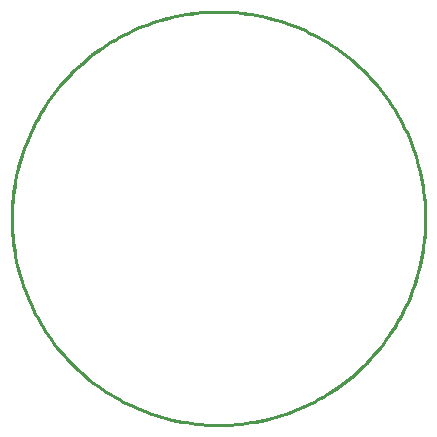
<source format=gbr>
G04 EAGLE Gerber RS-274X export*
G75*
%MOMM*%
%FSLAX34Y34*%
%LPD*%
%IN*%
%IPPOS*%
%AMOC8*
5,1,8,0,0,1.08239X$1,22.5*%
G01*
%ADD10C,0.150000*%
%ADD11C,0.254000*%


D10*
X25000Y199000D02*
X25053Y203295D01*
X25211Y207587D01*
X25474Y211874D01*
X25843Y216153D01*
X26316Y220422D01*
X26894Y224678D01*
X27576Y228918D01*
X28363Y233141D01*
X29252Y237343D01*
X30245Y241522D01*
X31339Y245675D01*
X32535Y249800D01*
X33833Y253894D01*
X35230Y257956D01*
X36726Y261982D01*
X38321Y265970D01*
X40013Y269917D01*
X41802Y273822D01*
X43686Y277682D01*
X45664Y281494D01*
X47735Y285257D01*
X49897Y288968D01*
X52151Y292625D01*
X54493Y296225D01*
X56923Y299766D01*
X59439Y303247D01*
X62039Y306666D01*
X64723Y310019D01*
X67488Y313305D01*
X70334Y316523D01*
X73257Y319670D01*
X76256Y322744D01*
X79330Y325743D01*
X82477Y328666D01*
X85695Y331512D01*
X88981Y334277D01*
X92334Y336961D01*
X95753Y339561D01*
X99234Y342077D01*
X102775Y344507D01*
X106375Y346849D01*
X110032Y349103D01*
X113743Y351265D01*
X117506Y353336D01*
X121318Y355314D01*
X125178Y357198D01*
X129083Y358987D01*
X133030Y360679D01*
X137018Y362274D01*
X141044Y363770D01*
X145106Y365167D01*
X149200Y366465D01*
X153325Y367661D01*
X157478Y368755D01*
X161657Y369748D01*
X165859Y370637D01*
X170082Y371424D01*
X174322Y372106D01*
X178578Y372684D01*
X182847Y373157D01*
X187126Y373526D01*
X191413Y373789D01*
X195705Y373947D01*
X200000Y374000D01*
X204295Y373947D01*
X208587Y373789D01*
X212874Y373526D01*
X217153Y373157D01*
X221422Y372684D01*
X225678Y372106D01*
X229918Y371424D01*
X234141Y370637D01*
X238343Y369748D01*
X242522Y368755D01*
X246675Y367661D01*
X250800Y366465D01*
X254894Y365167D01*
X258956Y363770D01*
X262982Y362274D01*
X266970Y360679D01*
X270917Y358987D01*
X274822Y357198D01*
X278682Y355314D01*
X282494Y353336D01*
X286257Y351265D01*
X289968Y349103D01*
X293625Y346849D01*
X297225Y344507D01*
X300766Y342077D01*
X304247Y339561D01*
X307666Y336961D01*
X311019Y334277D01*
X314305Y331512D01*
X317523Y328666D01*
X320670Y325743D01*
X323744Y322744D01*
X326743Y319670D01*
X329666Y316523D01*
X332512Y313305D01*
X335277Y310019D01*
X337961Y306666D01*
X340561Y303247D01*
X343077Y299766D01*
X345507Y296225D01*
X347849Y292625D01*
X350103Y288968D01*
X352265Y285257D01*
X354336Y281494D01*
X356314Y277682D01*
X358198Y273822D01*
X359987Y269917D01*
X361679Y265970D01*
X363274Y261982D01*
X364770Y257956D01*
X366167Y253894D01*
X367465Y249800D01*
X368661Y245675D01*
X369755Y241522D01*
X370748Y237343D01*
X371637Y233141D01*
X372424Y228918D01*
X373106Y224678D01*
X373684Y220422D01*
X374157Y216153D01*
X374526Y211874D01*
X374789Y207587D01*
X374947Y203295D01*
X375000Y199000D01*
X374947Y194705D01*
X374789Y190413D01*
X374526Y186126D01*
X374157Y181847D01*
X373684Y177578D01*
X373106Y173322D01*
X372424Y169082D01*
X371637Y164859D01*
X370748Y160657D01*
X369755Y156478D01*
X368661Y152325D01*
X367465Y148200D01*
X366167Y144106D01*
X364770Y140044D01*
X363274Y136018D01*
X361679Y132030D01*
X359987Y128083D01*
X358198Y124178D01*
X356314Y120318D01*
X354336Y116506D01*
X352265Y112743D01*
X350103Y109032D01*
X347849Y105375D01*
X345507Y101775D01*
X343077Y98234D01*
X340561Y94753D01*
X337961Y91334D01*
X335277Y87981D01*
X332512Y84695D01*
X329666Y81477D01*
X326743Y78330D01*
X323744Y75256D01*
X320670Y72257D01*
X317523Y69334D01*
X314305Y66488D01*
X311019Y63723D01*
X307666Y61039D01*
X304247Y58439D01*
X300766Y55923D01*
X297225Y53493D01*
X293625Y51151D01*
X289968Y48897D01*
X286257Y46735D01*
X282494Y44664D01*
X278682Y42686D01*
X274822Y40802D01*
X270917Y39013D01*
X266970Y37321D01*
X262982Y35726D01*
X258956Y34230D01*
X254894Y32833D01*
X250800Y31535D01*
X246675Y30339D01*
X242522Y29245D01*
X238343Y28252D01*
X234141Y27363D01*
X229918Y26576D01*
X225678Y25894D01*
X221422Y25316D01*
X217153Y24843D01*
X212874Y24474D01*
X208587Y24211D01*
X204295Y24053D01*
X200000Y24000D01*
X195705Y24053D01*
X191413Y24211D01*
X187126Y24474D01*
X182847Y24843D01*
X178578Y25316D01*
X174322Y25894D01*
X170082Y26576D01*
X165859Y27363D01*
X161657Y28252D01*
X157478Y29245D01*
X153325Y30339D01*
X149200Y31535D01*
X145106Y32833D01*
X141044Y34230D01*
X137018Y35726D01*
X133030Y37321D01*
X129083Y39013D01*
X125178Y40802D01*
X121318Y42686D01*
X117506Y44664D01*
X113743Y46735D01*
X110032Y48897D01*
X106375Y51151D01*
X102775Y53493D01*
X99234Y55923D01*
X95753Y58439D01*
X92334Y61039D01*
X88981Y63723D01*
X85695Y66488D01*
X82477Y69334D01*
X79330Y72257D01*
X76256Y75256D01*
X73257Y78330D01*
X70334Y81477D01*
X67488Y84695D01*
X64723Y87981D01*
X62039Y91334D01*
X59439Y94753D01*
X56923Y98234D01*
X54493Y101775D01*
X52151Y105375D01*
X49897Y109032D01*
X47735Y112743D01*
X45664Y116506D01*
X43686Y120318D01*
X41802Y124178D01*
X40013Y128083D01*
X38321Y132030D01*
X36726Y136018D01*
X35230Y140044D01*
X33833Y144106D01*
X32535Y148200D01*
X31339Y152325D01*
X30245Y156478D01*
X29252Y160657D01*
X28363Y164859D01*
X27576Y169082D01*
X26894Y173322D01*
X26316Y177578D01*
X25843Y181847D01*
X25474Y186126D01*
X25211Y190413D01*
X25053Y194705D01*
X25000Y199000D01*
D11*
X375000Y196852D02*
X375000Y201148D01*
X374895Y205442D01*
X374684Y209732D01*
X374368Y214016D01*
X373947Y218290D01*
X373421Y222553D01*
X372791Y226802D01*
X372056Y231034D01*
X371218Y235247D01*
X370277Y239438D01*
X369234Y243605D01*
X368088Y247745D01*
X366841Y251855D01*
X365494Y255934D01*
X364047Y259978D01*
X362501Y263985D01*
X360857Y267954D01*
X359116Y271881D01*
X357280Y275764D01*
X355349Y279600D01*
X353324Y283389D01*
X351207Y287126D01*
X348998Y290810D01*
X346700Y294439D01*
X344314Y298011D01*
X341841Y301522D01*
X339282Y304972D01*
X336639Y308359D01*
X333914Y311679D01*
X331109Y314932D01*
X328224Y318114D01*
X325262Y321225D01*
X322225Y324262D01*
X319114Y327224D01*
X315932Y330109D01*
X312679Y332914D01*
X309359Y335639D01*
X305972Y338282D01*
X302522Y340841D01*
X299011Y343314D01*
X295439Y345700D01*
X291810Y347998D01*
X288126Y350207D01*
X284389Y352324D01*
X280600Y354349D01*
X276764Y356280D01*
X272881Y358116D01*
X268954Y359857D01*
X264985Y361501D01*
X260978Y363047D01*
X256934Y364494D01*
X252855Y365841D01*
X248745Y367088D01*
X244605Y368234D01*
X240438Y369277D01*
X236247Y370218D01*
X232034Y371056D01*
X227802Y371791D01*
X223553Y372421D01*
X219290Y372947D01*
X215016Y373368D01*
X210732Y373684D01*
X206442Y373895D01*
X202148Y374000D01*
X197852Y374000D01*
X193558Y373895D01*
X189268Y373684D01*
X184984Y373368D01*
X180710Y372947D01*
X176447Y372421D01*
X172198Y371791D01*
X167966Y371056D01*
X163753Y370218D01*
X159562Y369277D01*
X155395Y368234D01*
X151255Y367088D01*
X147145Y365841D01*
X143066Y364494D01*
X139022Y363047D01*
X135015Y361501D01*
X131046Y359857D01*
X127119Y358116D01*
X123236Y356280D01*
X119400Y354349D01*
X115612Y352324D01*
X111874Y350207D01*
X108190Y347998D01*
X104561Y345700D01*
X100989Y343314D01*
X97478Y340841D01*
X94028Y338282D01*
X90641Y335639D01*
X87321Y332914D01*
X84069Y330109D01*
X80886Y327224D01*
X77775Y324262D01*
X74738Y321225D01*
X71776Y318114D01*
X68891Y314932D01*
X66086Y311679D01*
X63361Y308359D01*
X60718Y304972D01*
X58159Y301522D01*
X55686Y298011D01*
X53300Y294439D01*
X51002Y290810D01*
X48793Y287126D01*
X46676Y283389D01*
X44651Y279600D01*
X42720Y275764D01*
X40884Y271881D01*
X39143Y267954D01*
X37499Y263985D01*
X35953Y259978D01*
X34506Y255934D01*
X33159Y251855D01*
X31912Y247745D01*
X30766Y243605D01*
X29723Y239438D01*
X28782Y235247D01*
X27944Y231034D01*
X27209Y226802D01*
X26579Y222553D01*
X26053Y218290D01*
X25632Y214016D01*
X25316Y209732D01*
X25105Y205442D01*
X25000Y201148D01*
X25000Y196852D01*
X25105Y192558D01*
X25316Y188268D01*
X25632Y183984D01*
X26053Y179710D01*
X26579Y175447D01*
X27209Y171198D01*
X27944Y166966D01*
X28782Y162753D01*
X29723Y158562D01*
X30766Y154395D01*
X31912Y150255D01*
X33159Y146145D01*
X34506Y142066D01*
X35953Y138022D01*
X37499Y134015D01*
X39143Y130046D01*
X40884Y126119D01*
X42720Y122236D01*
X44651Y118400D01*
X46676Y114612D01*
X48793Y110874D01*
X51002Y107190D01*
X53300Y103561D01*
X55686Y99989D01*
X58159Y96478D01*
X60718Y93028D01*
X63361Y89641D01*
X66086Y86321D01*
X68891Y83069D01*
X71776Y79886D01*
X74738Y76775D01*
X77775Y73738D01*
X80886Y70776D01*
X84069Y67891D01*
X87321Y65086D01*
X90641Y62361D01*
X94028Y59718D01*
X97478Y57159D01*
X100989Y54686D01*
X104561Y52300D01*
X108190Y50002D01*
X111874Y47793D01*
X115612Y45676D01*
X119400Y43651D01*
X123236Y41720D01*
X127119Y39884D01*
X131046Y38143D01*
X135015Y36499D01*
X139022Y34953D01*
X143066Y33506D01*
X147145Y32159D01*
X151255Y30912D01*
X155395Y29766D01*
X159562Y28723D01*
X163753Y27782D01*
X167966Y26944D01*
X172198Y26209D01*
X176447Y25579D01*
X180710Y25053D01*
X184984Y24632D01*
X189268Y24316D01*
X193558Y24105D01*
X197852Y24000D01*
X202148Y24000D01*
X206442Y24105D01*
X210732Y24316D01*
X215016Y24632D01*
X219290Y25053D01*
X223553Y25579D01*
X227802Y26209D01*
X232034Y26944D01*
X236247Y27782D01*
X240438Y28723D01*
X244605Y29766D01*
X248745Y30912D01*
X252855Y32159D01*
X256934Y33506D01*
X260978Y34953D01*
X264985Y36499D01*
X268954Y38143D01*
X272881Y39884D01*
X276764Y41720D01*
X280600Y43651D01*
X284389Y45676D01*
X288126Y47793D01*
X291810Y50002D01*
X295439Y52300D01*
X299011Y54686D01*
X302522Y57159D01*
X305972Y59718D01*
X309359Y62361D01*
X312679Y65086D01*
X315932Y67891D01*
X319114Y70776D01*
X322225Y73738D01*
X325262Y76775D01*
X328224Y79886D01*
X331109Y83069D01*
X333914Y86321D01*
X336639Y89641D01*
X339282Y93028D01*
X341841Y96478D01*
X344314Y99989D01*
X346700Y103561D01*
X348998Y107190D01*
X351207Y110874D01*
X353324Y114612D01*
X355349Y118400D01*
X357280Y122236D01*
X359116Y126119D01*
X360857Y130046D01*
X362501Y134015D01*
X364047Y138022D01*
X365494Y142066D01*
X366841Y146145D01*
X368088Y150255D01*
X369234Y154395D01*
X370277Y158562D01*
X371218Y162753D01*
X372056Y166966D01*
X372791Y171198D01*
X373421Y175447D01*
X373947Y179710D01*
X374368Y183984D01*
X374684Y188268D01*
X374895Y192558D01*
X375000Y196852D01*
M02*

</source>
